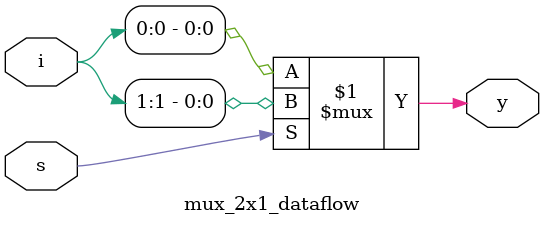
<source format=v>
module mux_2x1_dataflow(y,i,s);

input [1:0]i;
input s;
output y;

assign y = s ? i[1] : i[0];

endmodule
</source>
